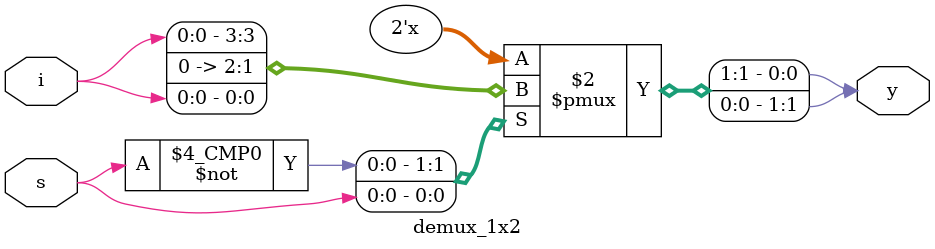
<source format=v>
`timescale 1ns / 1ps


module demux_1x2(
    input i,
    input s,
    output reg[1:0]y
    );
    
   // assign y[0] = ((~s) & i);
   // assign y[1] = (s & i); 
    
     always @(*)
        begin
        case(s)
        1'b0:{y[0],y[1]} = {i,1'b0};
        1'b1:{y[0],y[1]} = {1'b0,i};
        endcase
        end
    
endmodule


/*module demux_1x4(
    input i,
    input [1:0]s,
    output reg[3:0]y
    );
    
  //  assign y[0] = ((~s[0]) & (~s[1]) & i);
  //  assign y[1] = ((~s[0]) & (s[1]) & i);
  //  assign y[2] = ((s[0]) & (~s[1]) & i);
  //  assign y[3] = ((s[0]) & (s[1]) & i);  
     
     always @(*)
     begin
     case({s[0],s[1]})
     2'b00:{y[0],y[1],y[2],y[3]} = {i,3'b0};
     2'b01:{y[0],y[1],y[2],y[3]} = {1'b0,i,2'b0};
     2'b10:{y[0],y[1],y[2],y[3]} = {2'b0,i,1'b0};
     2'b11:{y[0],y[1],y[2],y[3]} = {3'b0,i};
     endcase
     end
endmodule */


/*module demux_1x8(
    input i,
    input [2:0]s,
    output reg[7:0]y
    );
    
        always @(*)
    begin
    case({s[0],s[1],s[2]})
    3'b000:{y[0],y[1],y[2],y[3],y[4],y[5],y[6],y[7]} = {i,7'b0};
    3'b001:{y[0],y[1],y[2],y[3],y[4],y[5],y[6],y[7]} = {1'b0,i,6'b0};
    3'b010:{y[0],y[1],y[2],y[3],y[4],y[5],y[6],y[7]} = {2'b0,i,5'b0};
    3'b011:{y[0],y[1],y[2],y[3],y[4],y[5],y[6],y[7]} = {3'b0,i,4'b0};
    3'b100:{y[0],y[1],y[2],y[3],y[4],y[5],y[6],y[7]} = {4'b0,i,3'b0};
    3'b101:{y[0],y[1],y[2],y[3],y[4],y[5],y[6],y[7]} = {5'b0,i,2'b0};
    3'b110:{y[0],y[1],y[2],y[3],y[4],y[5],y[6],y[7]} = {6'b0,i,1'b0};    
    3'b111:{y[0],y[1],y[2],y[3],y[4],y[5],y[6],y[7]} = {7'b0,i};
    endcase
    end 
    
    
endmodule */
</source>
